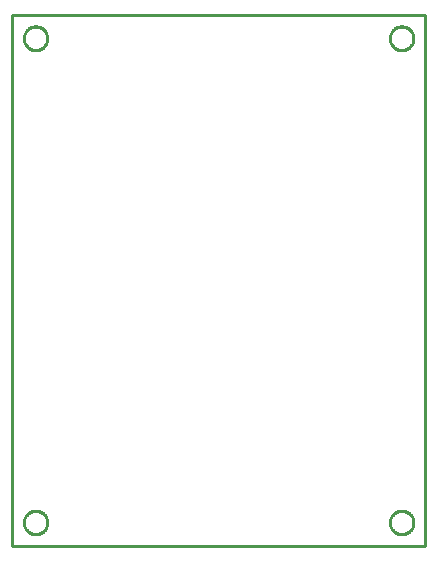
<source format=gbr>
G04 EAGLE Gerber RS-274X export*
G75*
%MOMM*%
%FSLAX34Y34*%
%LPD*%
%IN*%
%IPPOS*%
%AMOC8*
5,1,8,0,0,1.08239X$1,22.5*%
G01*
%ADD10C,0.254000*%


D10*
X0Y0D02*
X350000Y0D01*
X350000Y450000D01*
X0Y450000D01*
X0Y0D01*
X30000Y429563D02*
X29924Y428694D01*
X29772Y427834D01*
X29546Y426990D01*
X29248Y426170D01*
X28879Y425378D01*
X28442Y424622D01*
X27941Y423907D01*
X27380Y423238D01*
X26762Y422620D01*
X26093Y422059D01*
X25378Y421558D01*
X24622Y421121D01*
X23830Y420752D01*
X23010Y420454D01*
X22166Y420228D01*
X21307Y420076D01*
X20437Y420000D01*
X19563Y420000D01*
X18694Y420076D01*
X17834Y420228D01*
X16990Y420454D01*
X16170Y420752D01*
X15378Y421121D01*
X14622Y421558D01*
X13907Y422059D01*
X13238Y422620D01*
X12620Y423238D01*
X12059Y423907D01*
X11558Y424622D01*
X11121Y425378D01*
X10752Y426170D01*
X10454Y426990D01*
X10228Y427834D01*
X10076Y428694D01*
X10000Y429563D01*
X10000Y430437D01*
X10076Y431307D01*
X10228Y432166D01*
X10454Y433010D01*
X10752Y433830D01*
X11121Y434622D01*
X11558Y435378D01*
X12059Y436093D01*
X12620Y436762D01*
X13238Y437380D01*
X13907Y437941D01*
X14622Y438442D01*
X15378Y438879D01*
X16170Y439248D01*
X16990Y439546D01*
X17834Y439772D01*
X18694Y439924D01*
X19563Y440000D01*
X20437Y440000D01*
X21307Y439924D01*
X22166Y439772D01*
X23010Y439546D01*
X23830Y439248D01*
X24622Y438879D01*
X25378Y438442D01*
X26093Y437941D01*
X26762Y437380D01*
X27380Y436762D01*
X27941Y436093D01*
X28442Y435378D01*
X28879Y434622D01*
X29248Y433830D01*
X29546Y433010D01*
X29772Y432166D01*
X29924Y431307D01*
X30000Y430437D01*
X30000Y429563D01*
X340000Y429563D02*
X339924Y428694D01*
X339772Y427834D01*
X339546Y426990D01*
X339248Y426170D01*
X338879Y425378D01*
X338442Y424622D01*
X337941Y423907D01*
X337380Y423238D01*
X336762Y422620D01*
X336093Y422059D01*
X335378Y421558D01*
X334622Y421121D01*
X333830Y420752D01*
X333010Y420454D01*
X332166Y420228D01*
X331307Y420076D01*
X330437Y420000D01*
X329563Y420000D01*
X328694Y420076D01*
X327834Y420228D01*
X326990Y420454D01*
X326170Y420752D01*
X325378Y421121D01*
X324622Y421558D01*
X323907Y422059D01*
X323238Y422620D01*
X322620Y423238D01*
X322059Y423907D01*
X321558Y424622D01*
X321121Y425378D01*
X320752Y426170D01*
X320454Y426990D01*
X320228Y427834D01*
X320076Y428694D01*
X320000Y429563D01*
X320000Y430437D01*
X320076Y431307D01*
X320228Y432166D01*
X320454Y433010D01*
X320752Y433830D01*
X321121Y434622D01*
X321558Y435378D01*
X322059Y436093D01*
X322620Y436762D01*
X323238Y437380D01*
X323907Y437941D01*
X324622Y438442D01*
X325378Y438879D01*
X326170Y439248D01*
X326990Y439546D01*
X327834Y439772D01*
X328694Y439924D01*
X329563Y440000D01*
X330437Y440000D01*
X331307Y439924D01*
X332166Y439772D01*
X333010Y439546D01*
X333830Y439248D01*
X334622Y438879D01*
X335378Y438442D01*
X336093Y437941D01*
X336762Y437380D01*
X337380Y436762D01*
X337941Y436093D01*
X338442Y435378D01*
X338879Y434622D01*
X339248Y433830D01*
X339546Y433010D01*
X339772Y432166D01*
X339924Y431307D01*
X340000Y430437D01*
X340000Y429563D01*
X340000Y19563D02*
X339924Y18694D01*
X339772Y17834D01*
X339546Y16990D01*
X339248Y16170D01*
X338879Y15378D01*
X338442Y14622D01*
X337941Y13907D01*
X337380Y13238D01*
X336762Y12620D01*
X336093Y12059D01*
X335378Y11558D01*
X334622Y11121D01*
X333830Y10752D01*
X333010Y10454D01*
X332166Y10228D01*
X331307Y10076D01*
X330437Y10000D01*
X329563Y10000D01*
X328694Y10076D01*
X327834Y10228D01*
X326990Y10454D01*
X326170Y10752D01*
X325378Y11121D01*
X324622Y11558D01*
X323907Y12059D01*
X323238Y12620D01*
X322620Y13238D01*
X322059Y13907D01*
X321558Y14622D01*
X321121Y15378D01*
X320752Y16170D01*
X320454Y16990D01*
X320228Y17834D01*
X320076Y18694D01*
X320000Y19563D01*
X320000Y20437D01*
X320076Y21307D01*
X320228Y22166D01*
X320454Y23010D01*
X320752Y23830D01*
X321121Y24622D01*
X321558Y25378D01*
X322059Y26093D01*
X322620Y26762D01*
X323238Y27380D01*
X323907Y27941D01*
X324622Y28442D01*
X325378Y28879D01*
X326170Y29248D01*
X326990Y29546D01*
X327834Y29772D01*
X328694Y29924D01*
X329563Y30000D01*
X330437Y30000D01*
X331307Y29924D01*
X332166Y29772D01*
X333010Y29546D01*
X333830Y29248D01*
X334622Y28879D01*
X335378Y28442D01*
X336093Y27941D01*
X336762Y27380D01*
X337380Y26762D01*
X337941Y26093D01*
X338442Y25378D01*
X338879Y24622D01*
X339248Y23830D01*
X339546Y23010D01*
X339772Y22166D01*
X339924Y21307D01*
X340000Y20437D01*
X340000Y19563D01*
X30000Y19563D02*
X29924Y18694D01*
X29772Y17834D01*
X29546Y16990D01*
X29248Y16170D01*
X28879Y15378D01*
X28442Y14622D01*
X27941Y13907D01*
X27380Y13238D01*
X26762Y12620D01*
X26093Y12059D01*
X25378Y11558D01*
X24622Y11121D01*
X23830Y10752D01*
X23010Y10454D01*
X22166Y10228D01*
X21307Y10076D01*
X20437Y10000D01*
X19563Y10000D01*
X18694Y10076D01*
X17834Y10228D01*
X16990Y10454D01*
X16170Y10752D01*
X15378Y11121D01*
X14622Y11558D01*
X13907Y12059D01*
X13238Y12620D01*
X12620Y13238D01*
X12059Y13907D01*
X11558Y14622D01*
X11121Y15378D01*
X10752Y16170D01*
X10454Y16990D01*
X10228Y17834D01*
X10076Y18694D01*
X10000Y19563D01*
X10000Y20437D01*
X10076Y21307D01*
X10228Y22166D01*
X10454Y23010D01*
X10752Y23830D01*
X11121Y24622D01*
X11558Y25378D01*
X12059Y26093D01*
X12620Y26762D01*
X13238Y27380D01*
X13907Y27941D01*
X14622Y28442D01*
X15378Y28879D01*
X16170Y29248D01*
X16990Y29546D01*
X17834Y29772D01*
X18694Y29924D01*
X19563Y30000D01*
X20437Y30000D01*
X21307Y29924D01*
X22166Y29772D01*
X23010Y29546D01*
X23830Y29248D01*
X24622Y28879D01*
X25378Y28442D01*
X26093Y27941D01*
X26762Y27380D01*
X27380Y26762D01*
X27941Y26093D01*
X28442Y25378D01*
X28879Y24622D01*
X29248Y23830D01*
X29546Y23010D01*
X29772Y22166D01*
X29924Y21307D01*
X30000Y20437D01*
X30000Y19563D01*
M02*

</source>
